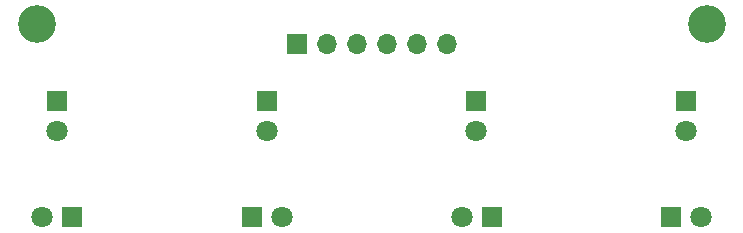
<source format=gbr>
%TF.GenerationSoftware,KiCad,Pcbnew,6.0.1-79c1e3a40b~116~ubuntu20.04.1*%
%TF.CreationDate,2022-02-01T23:37:06+05:30*%
%TF.ProjectId,lsa,6c73612e-6b69-4636-9164-5f7063625858,rev?*%
%TF.SameCoordinates,Original*%
%TF.FileFunction,Soldermask,Top*%
%TF.FilePolarity,Negative*%
%FSLAX46Y46*%
G04 Gerber Fmt 4.6, Leading zero omitted, Abs format (unit mm)*
G04 Created by KiCad (PCBNEW 6.0.1-79c1e3a40b~116~ubuntu20.04.1) date 2022-02-01 23:37:06*
%MOMM*%
%LPD*%
G01*
G04 APERTURE LIST*
%ADD10C,3.200000*%
%ADD11R,1.700000X1.700000*%
%ADD12O,1.700000X1.700000*%
%ADD13R,1.800000X1.800000*%
%ADD14C,1.800000*%
G04 APERTURE END LIST*
D10*
%TO.C,REF\u002A\u002A*%
X144540000Y-71910000D03*
%TD*%
%TO.C,REF\u002A\u002A*%
X87810000Y-71910000D03*
%TD*%
D11*
%TO.C,J1*%
X109845000Y-73585000D03*
D12*
X112385000Y-73585000D03*
X114925000Y-73585000D03*
X117465000Y-73585000D03*
X120005000Y-73585000D03*
X122545000Y-73585000D03*
%TD*%
D13*
%TO.C,D3*%
X126325000Y-88220000D03*
D14*
X123785000Y-88220000D03*
%TD*%
D13*
%TO.C,D1*%
X90825000Y-88220000D03*
D14*
X88285000Y-88220000D03*
%TD*%
D13*
%TO.C,D5*%
X89540000Y-78445000D03*
D14*
X89540000Y-80985000D03*
%TD*%
D13*
%TO.C,D7*%
X125040000Y-78445000D03*
D14*
X125040000Y-80985000D03*
%TD*%
D13*
%TO.C,D2*%
X106035000Y-88220000D03*
D14*
X108575000Y-88220000D03*
%TD*%
D13*
%TO.C,D4*%
X141525000Y-88220000D03*
D14*
X144065000Y-88220000D03*
%TD*%
D13*
%TO.C,D6*%
X107290000Y-78445000D03*
D14*
X107290000Y-80985000D03*
%TD*%
D13*
%TO.C,D8*%
X142790000Y-78445000D03*
D14*
X142790000Y-80985000D03*
%TD*%
M02*

</source>
